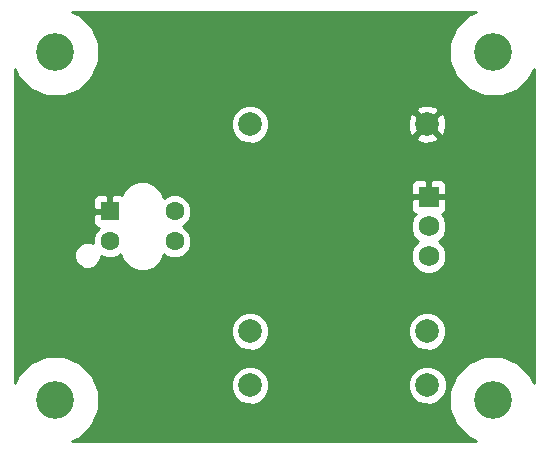
<source format=gbr>
G04 #@! TF.FileFunction,Copper,L1,Top,Signal*
%FSLAX46Y46*%
G04 Gerber Fmt 4.6, Leading zero omitted, Abs format (unit mm)*
G04 Created by KiCad (PCBNEW 4.0.2+e4-6225~38~ubuntu15.04.1-stable) date zo 07 aug 2016 00:42:35 CEST*
%MOMM*%
G01*
G04 APERTURE LIST*
%ADD10C,0.100000*%
%ADD11C,1.998980*%
%ADD12R,1.600000X1.600000*%
%ADD13C,1.600000*%
%ADD14C,3.200000*%
%ADD15R,1.750000X1.750000*%
%ADD16C,1.750000*%
%ADD17C,0.254000*%
G04 APERTURE END LIST*
D10*
D11*
X149352000Y-111252000D03*
X164352000Y-111252000D03*
X164338000Y-106680000D03*
X149338000Y-106680000D03*
X164338000Y-89154000D03*
X149338000Y-89154000D03*
D12*
X137458000Y-96520000D03*
D13*
X137458000Y-99060000D03*
X142958000Y-99060000D03*
X142958000Y-96520000D03*
D14*
X132842000Y-83058000D03*
X169926000Y-83058000D03*
D15*
X164465000Y-95313500D03*
D16*
X164465000Y-97813500D03*
X164465000Y-100313500D03*
D14*
X132842000Y-112522000D03*
X169926000Y-112522000D03*
D17*
G36*
X167817582Y-79896561D02*
X166768246Y-80944068D01*
X166199649Y-82313402D01*
X166198355Y-83796094D01*
X166764561Y-85166418D01*
X167812068Y-86215754D01*
X169181402Y-86784351D01*
X170664094Y-86785645D01*
X172034418Y-86219439D01*
X173083754Y-85171932D01*
X173355000Y-84518699D01*
X173355000Y-111061130D01*
X173087439Y-110413582D01*
X172039932Y-109364246D01*
X170670598Y-108795649D01*
X169187906Y-108794355D01*
X167817582Y-109360561D01*
X166768246Y-110408068D01*
X166199649Y-111777402D01*
X166198355Y-113260094D01*
X166764561Y-114630418D01*
X167812068Y-115679754D01*
X168465301Y-115951000D01*
X134302870Y-115951000D01*
X134950418Y-115683439D01*
X135999754Y-114635932D01*
X136568351Y-113266598D01*
X136569645Y-111783906D01*
X136483614Y-111575694D01*
X147717226Y-111575694D01*
X147965538Y-112176655D01*
X148424927Y-112636846D01*
X149025453Y-112886206D01*
X149675694Y-112886774D01*
X150276655Y-112638462D01*
X150736846Y-112179073D01*
X150986206Y-111578547D01*
X150986208Y-111575694D01*
X162717226Y-111575694D01*
X162965538Y-112176655D01*
X163424927Y-112636846D01*
X164025453Y-112886206D01*
X164675694Y-112886774D01*
X165276655Y-112638462D01*
X165736846Y-112179073D01*
X165986206Y-111578547D01*
X165986774Y-110928306D01*
X165738462Y-110327345D01*
X165279073Y-109867154D01*
X164678547Y-109617794D01*
X164028306Y-109617226D01*
X163427345Y-109865538D01*
X162967154Y-110324927D01*
X162717794Y-110925453D01*
X162717226Y-111575694D01*
X150986208Y-111575694D01*
X150986774Y-110928306D01*
X150738462Y-110327345D01*
X150279073Y-109867154D01*
X149678547Y-109617794D01*
X149028306Y-109617226D01*
X148427345Y-109865538D01*
X147967154Y-110324927D01*
X147717794Y-110925453D01*
X147717226Y-111575694D01*
X136483614Y-111575694D01*
X136003439Y-110413582D01*
X134955932Y-109364246D01*
X133586598Y-108795649D01*
X132103906Y-108794355D01*
X130733582Y-109360561D01*
X129684246Y-110408068D01*
X129413000Y-111061301D01*
X129413000Y-107003694D01*
X147703226Y-107003694D01*
X147951538Y-107604655D01*
X148410927Y-108064846D01*
X149011453Y-108314206D01*
X149661694Y-108314774D01*
X150262655Y-108066462D01*
X150722846Y-107607073D01*
X150972206Y-107006547D01*
X150972208Y-107003694D01*
X162703226Y-107003694D01*
X162951538Y-107604655D01*
X163410927Y-108064846D01*
X164011453Y-108314206D01*
X164661694Y-108314774D01*
X165262655Y-108066462D01*
X165722846Y-107607073D01*
X165972206Y-107006547D01*
X165972774Y-106356306D01*
X165724462Y-105755345D01*
X165265073Y-105295154D01*
X164664547Y-105045794D01*
X164014306Y-105045226D01*
X163413345Y-105293538D01*
X162953154Y-105752927D01*
X162703794Y-106353453D01*
X162703226Y-107003694D01*
X150972208Y-107003694D01*
X150972774Y-106356306D01*
X150724462Y-105755345D01*
X150265073Y-105295154D01*
X149664547Y-105045794D01*
X149014306Y-105045226D01*
X148413345Y-105293538D01*
X147953154Y-105752927D01*
X147703794Y-106353453D01*
X147703226Y-107003694D01*
X129413000Y-107003694D01*
X129413000Y-100464775D01*
X134422803Y-100464775D01*
X134595233Y-100882086D01*
X134914235Y-101201645D01*
X135331244Y-101374803D01*
X135782775Y-101375197D01*
X136200086Y-101202767D01*
X136519645Y-100883765D01*
X136692803Y-100466756D01*
X136692952Y-100296119D01*
X137171309Y-100494750D01*
X137742187Y-100495248D01*
X138269800Y-100277243D01*
X138369817Y-100177400D01*
X138609043Y-100756372D01*
X139138839Y-101287093D01*
X139831405Y-101574672D01*
X140581305Y-101575326D01*
X141274372Y-101288957D01*
X141805093Y-100759161D01*
X142046416Y-100177992D01*
X142144077Y-100275824D01*
X142671309Y-100494750D01*
X143242187Y-100495248D01*
X143769800Y-100277243D01*
X144173824Y-99873923D01*
X144392750Y-99346691D01*
X144393248Y-98775813D01*
X144175243Y-98248200D01*
X144039820Y-98112540D01*
X162954738Y-98112540D01*
X163184138Y-98667729D01*
X163579536Y-99063818D01*
X163185630Y-99457037D01*
X162955262Y-100011825D01*
X162954738Y-100612540D01*
X163184138Y-101167729D01*
X163608537Y-101592870D01*
X164163325Y-101823238D01*
X164764040Y-101823762D01*
X165319229Y-101594362D01*
X165744370Y-101169963D01*
X165974738Y-100615175D01*
X165975262Y-100014460D01*
X165745862Y-99459271D01*
X165350464Y-99063182D01*
X165744370Y-98669963D01*
X165974738Y-98115175D01*
X165975262Y-97514460D01*
X165745862Y-96959271D01*
X165568198Y-96781297D01*
X165699699Y-96726827D01*
X165878327Y-96548198D01*
X165975000Y-96314809D01*
X165975000Y-95599250D01*
X165816250Y-95440500D01*
X164592000Y-95440500D01*
X164592000Y-95460500D01*
X164338000Y-95460500D01*
X164338000Y-95440500D01*
X163113750Y-95440500D01*
X162955000Y-95599250D01*
X162955000Y-96314809D01*
X163051673Y-96548198D01*
X163230301Y-96726827D01*
X163361714Y-96781260D01*
X163185630Y-96957037D01*
X162955262Y-97511825D01*
X162954738Y-98112540D01*
X144039820Y-98112540D01*
X143771923Y-97844176D01*
X143641785Y-97790138D01*
X143769800Y-97737243D01*
X144173824Y-97333923D01*
X144392750Y-96806691D01*
X144393248Y-96235813D01*
X144175243Y-95708200D01*
X143771923Y-95304176D01*
X143244691Y-95085250D01*
X142673813Y-95084752D01*
X142146200Y-95302757D01*
X142046183Y-95402600D01*
X141806957Y-94823628D01*
X141296412Y-94312191D01*
X162955000Y-94312191D01*
X162955000Y-95027750D01*
X163113750Y-95186500D01*
X164338000Y-95186500D01*
X164338000Y-93962250D01*
X164592000Y-93962250D01*
X164592000Y-95186500D01*
X165816250Y-95186500D01*
X165975000Y-95027750D01*
X165975000Y-94312191D01*
X165878327Y-94078802D01*
X165699699Y-93900173D01*
X165466310Y-93803500D01*
X164750750Y-93803500D01*
X164592000Y-93962250D01*
X164338000Y-93962250D01*
X164179250Y-93803500D01*
X163463690Y-93803500D01*
X163230301Y-93900173D01*
X163051673Y-94078802D01*
X162955000Y-94312191D01*
X141296412Y-94312191D01*
X141277161Y-94292907D01*
X140584595Y-94005328D01*
X139834695Y-94004674D01*
X139141628Y-94291043D01*
X138610907Y-94820839D01*
X138484061Y-95126319D01*
X138384309Y-95085000D01*
X137743750Y-95085000D01*
X137585000Y-95243750D01*
X137585000Y-96393000D01*
X137605000Y-96393000D01*
X137605000Y-96647000D01*
X137585000Y-96647000D01*
X137585000Y-96667000D01*
X137331000Y-96667000D01*
X137331000Y-96647000D01*
X136181750Y-96647000D01*
X136023000Y-96805750D01*
X136023000Y-97446310D01*
X136119673Y-97679699D01*
X136298302Y-97858327D01*
X136531691Y-97955000D01*
X136533761Y-97955000D01*
X136242176Y-98246077D01*
X136023250Y-98773309D01*
X136022874Y-99204073D01*
X135784756Y-99105197D01*
X135333225Y-99104803D01*
X134915914Y-99277233D01*
X134596355Y-99596235D01*
X134423197Y-100013244D01*
X134422803Y-100464775D01*
X129413000Y-100464775D01*
X129413000Y-95593690D01*
X136023000Y-95593690D01*
X136023000Y-96234250D01*
X136181750Y-96393000D01*
X137331000Y-96393000D01*
X137331000Y-95243750D01*
X137172250Y-95085000D01*
X136531691Y-95085000D01*
X136298302Y-95181673D01*
X136119673Y-95360301D01*
X136023000Y-95593690D01*
X129413000Y-95593690D01*
X129413000Y-89477694D01*
X147703226Y-89477694D01*
X147951538Y-90078655D01*
X148410927Y-90538846D01*
X149011453Y-90788206D01*
X149661694Y-90788774D01*
X150262655Y-90540462D01*
X150497363Y-90306163D01*
X163365443Y-90306163D01*
X163464042Y-90572965D01*
X164073582Y-90799401D01*
X164723377Y-90775341D01*
X165211958Y-90572965D01*
X165310557Y-90306163D01*
X164338000Y-89333605D01*
X163365443Y-90306163D01*
X150497363Y-90306163D01*
X150722846Y-90081073D01*
X150972206Y-89480547D01*
X150972722Y-88889582D01*
X162692599Y-88889582D01*
X162716659Y-89539377D01*
X162919035Y-90027958D01*
X163185837Y-90126557D01*
X164158395Y-89154000D01*
X164517605Y-89154000D01*
X165490163Y-90126557D01*
X165756965Y-90027958D01*
X165983401Y-89418418D01*
X165959341Y-88768623D01*
X165756965Y-88280042D01*
X165490163Y-88181443D01*
X164517605Y-89154000D01*
X164158395Y-89154000D01*
X163185837Y-88181443D01*
X162919035Y-88280042D01*
X162692599Y-88889582D01*
X150972722Y-88889582D01*
X150972774Y-88830306D01*
X150724462Y-88229345D01*
X150497351Y-88001837D01*
X163365443Y-88001837D01*
X164338000Y-88974395D01*
X165310557Y-88001837D01*
X165211958Y-87735035D01*
X164602418Y-87508599D01*
X163952623Y-87532659D01*
X163464042Y-87735035D01*
X163365443Y-88001837D01*
X150497351Y-88001837D01*
X150265073Y-87769154D01*
X149664547Y-87519794D01*
X149014306Y-87519226D01*
X148413345Y-87767538D01*
X147953154Y-88226927D01*
X147703794Y-88827453D01*
X147703226Y-89477694D01*
X129413000Y-89477694D01*
X129413000Y-84518870D01*
X129680561Y-85166418D01*
X130728068Y-86215754D01*
X132097402Y-86784351D01*
X133580094Y-86785645D01*
X134950418Y-86219439D01*
X135999754Y-85171932D01*
X136568351Y-83802598D01*
X136569645Y-82319906D01*
X136003439Y-80949582D01*
X134955932Y-79900246D01*
X134302699Y-79629000D01*
X168465130Y-79629000D01*
X167817582Y-79896561D01*
X167817582Y-79896561D01*
G37*
X167817582Y-79896561D02*
X166768246Y-80944068D01*
X166199649Y-82313402D01*
X166198355Y-83796094D01*
X166764561Y-85166418D01*
X167812068Y-86215754D01*
X169181402Y-86784351D01*
X170664094Y-86785645D01*
X172034418Y-86219439D01*
X173083754Y-85171932D01*
X173355000Y-84518699D01*
X173355000Y-111061130D01*
X173087439Y-110413582D01*
X172039932Y-109364246D01*
X170670598Y-108795649D01*
X169187906Y-108794355D01*
X167817582Y-109360561D01*
X166768246Y-110408068D01*
X166199649Y-111777402D01*
X166198355Y-113260094D01*
X166764561Y-114630418D01*
X167812068Y-115679754D01*
X168465301Y-115951000D01*
X134302870Y-115951000D01*
X134950418Y-115683439D01*
X135999754Y-114635932D01*
X136568351Y-113266598D01*
X136569645Y-111783906D01*
X136483614Y-111575694D01*
X147717226Y-111575694D01*
X147965538Y-112176655D01*
X148424927Y-112636846D01*
X149025453Y-112886206D01*
X149675694Y-112886774D01*
X150276655Y-112638462D01*
X150736846Y-112179073D01*
X150986206Y-111578547D01*
X150986208Y-111575694D01*
X162717226Y-111575694D01*
X162965538Y-112176655D01*
X163424927Y-112636846D01*
X164025453Y-112886206D01*
X164675694Y-112886774D01*
X165276655Y-112638462D01*
X165736846Y-112179073D01*
X165986206Y-111578547D01*
X165986774Y-110928306D01*
X165738462Y-110327345D01*
X165279073Y-109867154D01*
X164678547Y-109617794D01*
X164028306Y-109617226D01*
X163427345Y-109865538D01*
X162967154Y-110324927D01*
X162717794Y-110925453D01*
X162717226Y-111575694D01*
X150986208Y-111575694D01*
X150986774Y-110928306D01*
X150738462Y-110327345D01*
X150279073Y-109867154D01*
X149678547Y-109617794D01*
X149028306Y-109617226D01*
X148427345Y-109865538D01*
X147967154Y-110324927D01*
X147717794Y-110925453D01*
X147717226Y-111575694D01*
X136483614Y-111575694D01*
X136003439Y-110413582D01*
X134955932Y-109364246D01*
X133586598Y-108795649D01*
X132103906Y-108794355D01*
X130733582Y-109360561D01*
X129684246Y-110408068D01*
X129413000Y-111061301D01*
X129413000Y-107003694D01*
X147703226Y-107003694D01*
X147951538Y-107604655D01*
X148410927Y-108064846D01*
X149011453Y-108314206D01*
X149661694Y-108314774D01*
X150262655Y-108066462D01*
X150722846Y-107607073D01*
X150972206Y-107006547D01*
X150972208Y-107003694D01*
X162703226Y-107003694D01*
X162951538Y-107604655D01*
X163410927Y-108064846D01*
X164011453Y-108314206D01*
X164661694Y-108314774D01*
X165262655Y-108066462D01*
X165722846Y-107607073D01*
X165972206Y-107006547D01*
X165972774Y-106356306D01*
X165724462Y-105755345D01*
X165265073Y-105295154D01*
X164664547Y-105045794D01*
X164014306Y-105045226D01*
X163413345Y-105293538D01*
X162953154Y-105752927D01*
X162703794Y-106353453D01*
X162703226Y-107003694D01*
X150972208Y-107003694D01*
X150972774Y-106356306D01*
X150724462Y-105755345D01*
X150265073Y-105295154D01*
X149664547Y-105045794D01*
X149014306Y-105045226D01*
X148413345Y-105293538D01*
X147953154Y-105752927D01*
X147703794Y-106353453D01*
X147703226Y-107003694D01*
X129413000Y-107003694D01*
X129413000Y-100464775D01*
X134422803Y-100464775D01*
X134595233Y-100882086D01*
X134914235Y-101201645D01*
X135331244Y-101374803D01*
X135782775Y-101375197D01*
X136200086Y-101202767D01*
X136519645Y-100883765D01*
X136692803Y-100466756D01*
X136692952Y-100296119D01*
X137171309Y-100494750D01*
X137742187Y-100495248D01*
X138269800Y-100277243D01*
X138369817Y-100177400D01*
X138609043Y-100756372D01*
X139138839Y-101287093D01*
X139831405Y-101574672D01*
X140581305Y-101575326D01*
X141274372Y-101288957D01*
X141805093Y-100759161D01*
X142046416Y-100177992D01*
X142144077Y-100275824D01*
X142671309Y-100494750D01*
X143242187Y-100495248D01*
X143769800Y-100277243D01*
X144173824Y-99873923D01*
X144392750Y-99346691D01*
X144393248Y-98775813D01*
X144175243Y-98248200D01*
X144039820Y-98112540D01*
X162954738Y-98112540D01*
X163184138Y-98667729D01*
X163579536Y-99063818D01*
X163185630Y-99457037D01*
X162955262Y-100011825D01*
X162954738Y-100612540D01*
X163184138Y-101167729D01*
X163608537Y-101592870D01*
X164163325Y-101823238D01*
X164764040Y-101823762D01*
X165319229Y-101594362D01*
X165744370Y-101169963D01*
X165974738Y-100615175D01*
X165975262Y-100014460D01*
X165745862Y-99459271D01*
X165350464Y-99063182D01*
X165744370Y-98669963D01*
X165974738Y-98115175D01*
X165975262Y-97514460D01*
X165745862Y-96959271D01*
X165568198Y-96781297D01*
X165699699Y-96726827D01*
X165878327Y-96548198D01*
X165975000Y-96314809D01*
X165975000Y-95599250D01*
X165816250Y-95440500D01*
X164592000Y-95440500D01*
X164592000Y-95460500D01*
X164338000Y-95460500D01*
X164338000Y-95440500D01*
X163113750Y-95440500D01*
X162955000Y-95599250D01*
X162955000Y-96314809D01*
X163051673Y-96548198D01*
X163230301Y-96726827D01*
X163361714Y-96781260D01*
X163185630Y-96957037D01*
X162955262Y-97511825D01*
X162954738Y-98112540D01*
X144039820Y-98112540D01*
X143771923Y-97844176D01*
X143641785Y-97790138D01*
X143769800Y-97737243D01*
X144173824Y-97333923D01*
X144392750Y-96806691D01*
X144393248Y-96235813D01*
X144175243Y-95708200D01*
X143771923Y-95304176D01*
X143244691Y-95085250D01*
X142673813Y-95084752D01*
X142146200Y-95302757D01*
X142046183Y-95402600D01*
X141806957Y-94823628D01*
X141296412Y-94312191D01*
X162955000Y-94312191D01*
X162955000Y-95027750D01*
X163113750Y-95186500D01*
X164338000Y-95186500D01*
X164338000Y-93962250D01*
X164592000Y-93962250D01*
X164592000Y-95186500D01*
X165816250Y-95186500D01*
X165975000Y-95027750D01*
X165975000Y-94312191D01*
X165878327Y-94078802D01*
X165699699Y-93900173D01*
X165466310Y-93803500D01*
X164750750Y-93803500D01*
X164592000Y-93962250D01*
X164338000Y-93962250D01*
X164179250Y-93803500D01*
X163463690Y-93803500D01*
X163230301Y-93900173D01*
X163051673Y-94078802D01*
X162955000Y-94312191D01*
X141296412Y-94312191D01*
X141277161Y-94292907D01*
X140584595Y-94005328D01*
X139834695Y-94004674D01*
X139141628Y-94291043D01*
X138610907Y-94820839D01*
X138484061Y-95126319D01*
X138384309Y-95085000D01*
X137743750Y-95085000D01*
X137585000Y-95243750D01*
X137585000Y-96393000D01*
X137605000Y-96393000D01*
X137605000Y-96647000D01*
X137585000Y-96647000D01*
X137585000Y-96667000D01*
X137331000Y-96667000D01*
X137331000Y-96647000D01*
X136181750Y-96647000D01*
X136023000Y-96805750D01*
X136023000Y-97446310D01*
X136119673Y-97679699D01*
X136298302Y-97858327D01*
X136531691Y-97955000D01*
X136533761Y-97955000D01*
X136242176Y-98246077D01*
X136023250Y-98773309D01*
X136022874Y-99204073D01*
X135784756Y-99105197D01*
X135333225Y-99104803D01*
X134915914Y-99277233D01*
X134596355Y-99596235D01*
X134423197Y-100013244D01*
X134422803Y-100464775D01*
X129413000Y-100464775D01*
X129413000Y-95593690D01*
X136023000Y-95593690D01*
X136023000Y-96234250D01*
X136181750Y-96393000D01*
X137331000Y-96393000D01*
X137331000Y-95243750D01*
X137172250Y-95085000D01*
X136531691Y-95085000D01*
X136298302Y-95181673D01*
X136119673Y-95360301D01*
X136023000Y-95593690D01*
X129413000Y-95593690D01*
X129413000Y-89477694D01*
X147703226Y-89477694D01*
X147951538Y-90078655D01*
X148410927Y-90538846D01*
X149011453Y-90788206D01*
X149661694Y-90788774D01*
X150262655Y-90540462D01*
X150497363Y-90306163D01*
X163365443Y-90306163D01*
X163464042Y-90572965D01*
X164073582Y-90799401D01*
X164723377Y-90775341D01*
X165211958Y-90572965D01*
X165310557Y-90306163D01*
X164338000Y-89333605D01*
X163365443Y-90306163D01*
X150497363Y-90306163D01*
X150722846Y-90081073D01*
X150972206Y-89480547D01*
X150972722Y-88889582D01*
X162692599Y-88889582D01*
X162716659Y-89539377D01*
X162919035Y-90027958D01*
X163185837Y-90126557D01*
X164158395Y-89154000D01*
X164517605Y-89154000D01*
X165490163Y-90126557D01*
X165756965Y-90027958D01*
X165983401Y-89418418D01*
X165959341Y-88768623D01*
X165756965Y-88280042D01*
X165490163Y-88181443D01*
X164517605Y-89154000D01*
X164158395Y-89154000D01*
X163185837Y-88181443D01*
X162919035Y-88280042D01*
X162692599Y-88889582D01*
X150972722Y-88889582D01*
X150972774Y-88830306D01*
X150724462Y-88229345D01*
X150497351Y-88001837D01*
X163365443Y-88001837D01*
X164338000Y-88974395D01*
X165310557Y-88001837D01*
X165211958Y-87735035D01*
X164602418Y-87508599D01*
X163952623Y-87532659D01*
X163464042Y-87735035D01*
X163365443Y-88001837D01*
X150497351Y-88001837D01*
X150265073Y-87769154D01*
X149664547Y-87519794D01*
X149014306Y-87519226D01*
X148413345Y-87767538D01*
X147953154Y-88226927D01*
X147703794Y-88827453D01*
X147703226Y-89477694D01*
X129413000Y-89477694D01*
X129413000Y-84518870D01*
X129680561Y-85166418D01*
X130728068Y-86215754D01*
X132097402Y-86784351D01*
X133580094Y-86785645D01*
X134950418Y-86219439D01*
X135999754Y-85171932D01*
X136568351Y-83802598D01*
X136569645Y-82319906D01*
X136003439Y-80949582D01*
X134955932Y-79900246D01*
X134302699Y-79629000D01*
X168465130Y-79629000D01*
X167817582Y-79896561D01*
M02*

</source>
